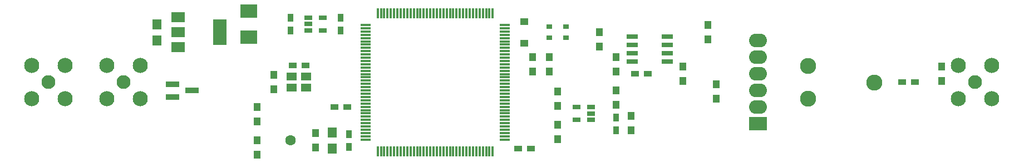
<source format=gbr>
G04 #@! TF.FileFunction,Soldermask,Top*
%FSLAX46Y46*%
G04 Gerber Fmt 4.6, Leading zero omitted, Abs format (unit mm)*
G04 Created by KiCad (PCBNEW 4.0.7) date 01/20/18 15:01:13*
%MOMM*%
%LPD*%
G01*
G04 APERTURE LIST*
%ADD10C,0.100000*%
%ADD11R,1.551600X0.351600*%
%ADD12R,0.351600X1.551600*%
%ADD13R,0.851600X1.301600*%
%ADD14R,1.351600X1.601600*%
%ADD15R,1.301600X0.851600*%
%ADD16R,2.601600X2.101600*%
%ADD17R,2.001600X0.901600*%
%ADD18R,0.901600X0.701600*%
%ADD19R,1.301600X1.001600*%
%ADD20C,2.301600*%
%ADD21C,2.101600*%
%ADD22R,2.701600X2.101600*%
%ADD23O,2.701600X2.101600*%
%ADD24R,1.001600X1.301600*%
%ADD25C,2.441600*%
%ADD26C,1.601600*%
%ADD27R,2.101600X3.901600*%
%ADD28R,2.101600X1.601600*%
%ADD29R,1.161600X0.751600*%
%ADD30R,1.651600X0.701600*%
%ADD31R,1.501600X1.301600*%
G04 APERTURE END LIST*
D10*
D11*
X116840000Y-39510000D03*
X116840000Y-40010000D03*
X116840000Y-40510000D03*
X116840000Y-41010000D03*
X116840000Y-41510000D03*
X116840000Y-42010000D03*
X116840000Y-42510000D03*
X116840000Y-43010000D03*
X116840000Y-43510000D03*
X116840000Y-44010000D03*
X116840000Y-44510000D03*
X116840000Y-45010000D03*
X116840000Y-45510000D03*
X116840000Y-46010000D03*
X116840000Y-46510000D03*
X116840000Y-47010000D03*
X116840000Y-47510000D03*
X116840000Y-48010000D03*
X116840000Y-48510000D03*
X116840000Y-49010000D03*
X116840000Y-49510000D03*
X116840000Y-50010000D03*
X116840000Y-50510000D03*
X116840000Y-51010000D03*
X116840000Y-51510000D03*
X116840000Y-52010000D03*
X116840000Y-52510000D03*
X116840000Y-53010000D03*
X116840000Y-53510000D03*
X116840000Y-54010000D03*
X116840000Y-54510000D03*
X116840000Y-55010000D03*
X116840000Y-55510000D03*
X116840000Y-56010000D03*
X116840000Y-56510000D03*
X116840000Y-57010000D03*
D12*
X118640000Y-58810000D03*
X119140000Y-58810000D03*
X119640000Y-58810000D03*
X120140000Y-58810000D03*
X120640000Y-58810000D03*
X121140000Y-58810000D03*
X121640000Y-58810000D03*
X122140000Y-58810000D03*
X122640000Y-58810000D03*
X123140000Y-58810000D03*
X123640000Y-58810000D03*
X124140000Y-58810000D03*
X124640000Y-58810000D03*
X125140000Y-58810000D03*
X125640000Y-58810000D03*
X126140000Y-58810000D03*
X126640000Y-58810000D03*
X127140000Y-58810000D03*
X127640000Y-58810000D03*
X128140000Y-58810000D03*
X128640000Y-58810000D03*
X129140000Y-58810000D03*
X129640000Y-58810000D03*
X130140000Y-58810000D03*
X130640000Y-58810000D03*
X131140000Y-58810000D03*
X131640000Y-58810000D03*
X132140000Y-58810000D03*
X132640000Y-58810000D03*
X133140000Y-58810000D03*
X133640000Y-58810000D03*
X134140000Y-58810000D03*
X134640000Y-58810000D03*
X135140000Y-58810000D03*
X135640000Y-58810000D03*
X136140000Y-58810000D03*
D11*
X137940000Y-57010000D03*
X137940000Y-56510000D03*
X137940000Y-56010000D03*
X137940000Y-55510000D03*
X137940000Y-55010000D03*
X137940000Y-54510000D03*
X137940000Y-54010000D03*
X137940000Y-53510000D03*
X137940000Y-53010000D03*
X137940000Y-52510000D03*
X137940000Y-52010000D03*
X137940000Y-51510000D03*
X137940000Y-51010000D03*
X137940000Y-50510000D03*
X137940000Y-50010000D03*
X137940000Y-49510000D03*
X137940000Y-49010000D03*
X137940000Y-48510000D03*
X137940000Y-48010000D03*
X137940000Y-47510000D03*
X137940000Y-47010000D03*
X137940000Y-46510000D03*
X137940000Y-46010000D03*
X137940000Y-45510000D03*
X137940000Y-45010000D03*
X137940000Y-44510000D03*
X137940000Y-44010000D03*
X137940000Y-43510000D03*
X137940000Y-43010000D03*
X137940000Y-42510000D03*
X137940000Y-42010000D03*
X137940000Y-41510000D03*
X137940000Y-41010000D03*
X137940000Y-40510000D03*
X137940000Y-40010000D03*
X137940000Y-39510000D03*
D12*
X136140000Y-37710000D03*
X135640000Y-37710000D03*
X135140000Y-37710000D03*
X134640000Y-37710000D03*
X134140000Y-37710000D03*
X133640000Y-37710000D03*
X133140000Y-37710000D03*
X132640000Y-37710000D03*
X132140000Y-37710000D03*
X131640000Y-37710000D03*
X131140000Y-37710000D03*
X130640000Y-37710000D03*
X130140000Y-37710000D03*
X129640000Y-37710000D03*
X129140000Y-37710000D03*
X128640000Y-37710000D03*
X128140000Y-37710000D03*
X127640000Y-37710000D03*
X127140000Y-37710000D03*
X126640000Y-37710000D03*
X126140000Y-37710000D03*
X125640000Y-37710000D03*
X125140000Y-37710000D03*
X124640000Y-37710000D03*
X124140000Y-37710000D03*
X123640000Y-37710000D03*
X123140000Y-37710000D03*
X122640000Y-37710000D03*
X122140000Y-37710000D03*
X121640000Y-37710000D03*
X121140000Y-37710000D03*
X120640000Y-37710000D03*
X120140000Y-37710000D03*
X119640000Y-37710000D03*
X119140000Y-37710000D03*
X118640000Y-37710000D03*
D13*
X105410000Y-38420000D03*
X105410000Y-40320000D03*
D14*
X85090000Y-41890000D03*
X85090000Y-39390000D03*
D15*
X157800000Y-46990000D03*
X159700000Y-46990000D03*
D16*
X99060000Y-41370000D03*
X99060000Y-37370000D03*
D13*
X113030000Y-38420000D03*
X113030000Y-40320000D03*
X154940000Y-53660000D03*
X154940000Y-55560000D03*
D15*
X200340000Y-48260000D03*
X198440000Y-48260000D03*
D14*
X111760000Y-58400000D03*
X111760000Y-55900000D03*
D13*
X114300000Y-58100000D03*
X114300000Y-56200000D03*
D15*
X140020000Y-58420000D03*
X141920000Y-58420000D03*
X113980000Y-52070000D03*
X112080000Y-52070000D03*
X105730000Y-45720000D03*
X107630000Y-45720000D03*
D17*
X87400000Y-48580000D03*
X87400000Y-50480000D03*
X90400000Y-49530000D03*
D18*
X144780000Y-39790000D03*
X144780000Y-41490000D03*
X147320000Y-39790000D03*
X147320000Y-41490000D03*
D19*
X140970000Y-38990000D03*
X140970000Y-42290000D03*
D20*
X66040000Y-45720000D03*
X66040000Y-50800000D03*
X71120000Y-50800000D03*
X71120000Y-45720000D03*
D21*
X68580000Y-48260000D03*
D22*
X176530000Y-54610000D03*
D23*
X176530000Y-52070000D03*
X176530000Y-49530000D03*
X176530000Y-46990000D03*
X176530000Y-44450000D03*
X176530000Y-41910000D03*
D20*
X77470000Y-50800000D03*
X77470000Y-45720000D03*
X82550000Y-45720000D03*
X82550000Y-50800000D03*
D21*
X80010000Y-48260000D03*
D20*
X207010000Y-50800000D03*
X207010000Y-45720000D03*
X212090000Y-45720000D03*
X212090000Y-50800000D03*
D21*
X209550000Y-48260000D03*
D24*
X168910000Y-39540000D03*
X168910000Y-41740000D03*
X165100000Y-48090000D03*
X165100000Y-45890000D03*
X154940000Y-46650000D03*
X154940000Y-44450000D03*
X154940000Y-49530000D03*
X154940000Y-51730000D03*
X142240000Y-46650000D03*
X142240000Y-44450000D03*
X204470000Y-48090000D03*
X204470000Y-45890000D03*
X144780000Y-46650000D03*
X144780000Y-44450000D03*
X109220000Y-58250000D03*
X109220000Y-56050000D03*
X170180000Y-50800000D03*
X170180000Y-48600000D03*
X146050000Y-56980000D03*
X146050000Y-54780000D03*
X146050000Y-51900000D03*
X146050000Y-49700000D03*
X100330000Y-52070000D03*
X100330000Y-54270000D03*
X152400000Y-40640000D03*
X152400000Y-42840000D03*
X102870000Y-49360000D03*
X102870000Y-47160000D03*
X100330000Y-57150000D03*
X100330000Y-59350000D03*
D25*
X184150000Y-45800000D03*
X194150000Y-48300000D03*
X184150000Y-50800000D03*
D26*
X105410000Y-57150000D03*
D27*
X94590000Y-40640000D03*
D28*
X88290000Y-40640000D03*
X88290000Y-42940000D03*
X88290000Y-38340000D03*
D29*
X108120000Y-38420000D03*
X108120000Y-39370000D03*
X108120000Y-40320000D03*
X110320000Y-40320000D03*
X110320000Y-38420000D03*
D30*
X162720000Y-45085000D03*
X162720000Y-43815000D03*
X162720000Y-42545000D03*
X162720000Y-41275000D03*
X157320000Y-41275000D03*
X157320000Y-42545000D03*
X157320000Y-43815000D03*
X157320000Y-45085000D03*
D29*
X151130000Y-53970000D03*
X151130000Y-53020000D03*
X151130000Y-52070000D03*
X148930000Y-52070000D03*
X148930000Y-53970000D03*
D31*
X105580000Y-49110000D03*
X107780000Y-49110000D03*
X107780000Y-47410000D03*
X105580000Y-47410000D03*
D24*
X157160000Y-53360000D03*
X157160000Y-55560000D03*
M02*

</source>
